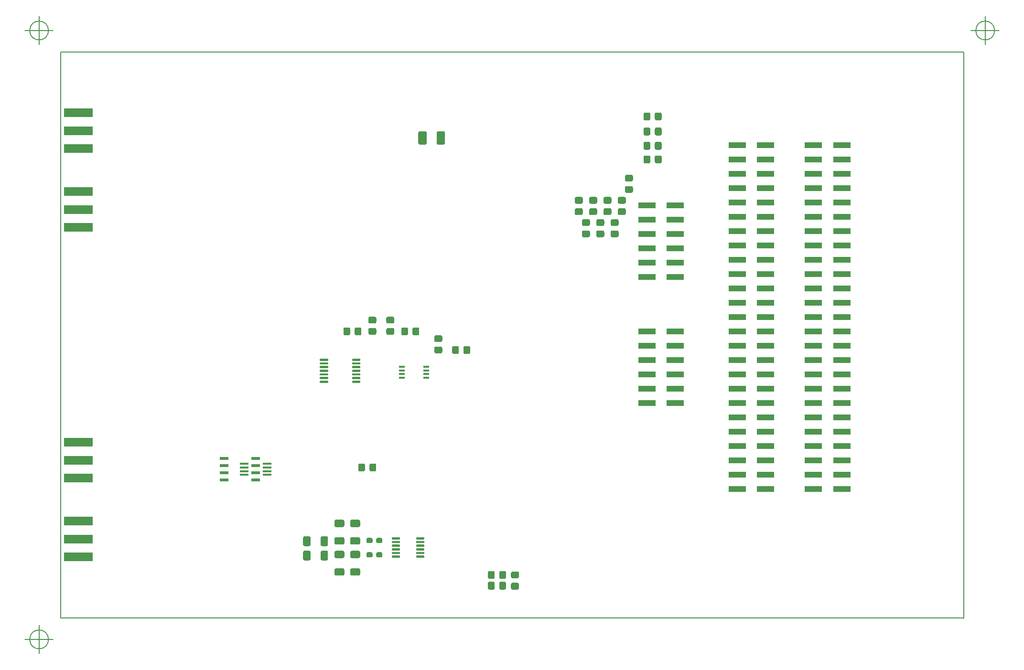
<source format=gtp>
G04 #@! TF.GenerationSoftware,KiCad,Pcbnew,5.1.10-88a1d61d58~88~ubuntu18.04.1*
G04 #@! TF.CreationDate,2022-09-15T09:05:11+02:00*
G04 #@! TF.ProjectId,FPGA_buffer_board,46504741-5f62-4756-9666-65725f626f61,v1.4*
G04 #@! TF.SameCoordinates,Original*
G04 #@! TF.FileFunction,Paste,Top*
G04 #@! TF.FilePolarity,Positive*
%FSLAX46Y46*%
G04 Gerber Fmt 4.6, Leading zero omitted, Abs format (unit mm)*
G04 Created by KiCad (PCBNEW 5.1.10-88a1d61d58~88~ubuntu18.04.1) date 2022-09-15 09:05:11*
%MOMM*%
%LPD*%
G01*
G04 APERTURE LIST*
G04 #@! TA.AperFunction,Profile*
%ADD10C,0.200000*%
G04 #@! TD*
%ADD11R,3.150000X1.000000*%
%ADD12R,1.520000X0.600000*%
%ADD13R,1.524000X0.450000*%
%ADD14R,5.080000X1.500000*%
%ADD15R,1.100000X0.400000*%
G04 APERTURE END LIST*
D10*
X86756666Y-153670000D02*
G75*
G03*
X86756666Y-153670000I-1666666J0D01*
G01*
X82590000Y-153670000D02*
X87590000Y-153670000D01*
X85090000Y-151170000D02*
X85090000Y-156170000D01*
X254396666Y-45720000D02*
G75*
G03*
X254396666Y-45720000I-1666666J0D01*
G01*
X250230000Y-45720000D02*
X255230000Y-45720000D01*
X252730000Y-43220000D02*
X252730000Y-48220000D01*
X86756666Y-45720000D02*
G75*
G03*
X86756666Y-45720000I-1666666J0D01*
G01*
X82590000Y-45720000D02*
X87590000Y-45720000D01*
X85090000Y-43220000D02*
X85090000Y-48220000D01*
X248920000Y-149860000D02*
X88900000Y-149860000D01*
X248920000Y-49530000D02*
X248920000Y-149860000D01*
X88900000Y-49530000D02*
X248920000Y-49530000D01*
X88900000Y-149860000D02*
X88900000Y-49530000D01*
G36*
G01*
X189160999Y-73298000D02*
X190061001Y-73298000D01*
G75*
G02*
X190311000Y-73547999I0J-249999D01*
G01*
X190311000Y-74248001D01*
G75*
G02*
X190061001Y-74498000I-249999J0D01*
G01*
X189160999Y-74498000D01*
G75*
G02*
X188911000Y-74248001I0J249999D01*
G01*
X188911000Y-73547999D01*
G75*
G02*
X189160999Y-73298000I249999J0D01*
G01*
G37*
G36*
G01*
X189160999Y-71298000D02*
X190061001Y-71298000D01*
G75*
G02*
X190311000Y-71547999I0J-249999D01*
G01*
X190311000Y-72248001D01*
G75*
G02*
X190061001Y-72498000I-249999J0D01*
G01*
X189160999Y-72498000D01*
G75*
G02*
X188911000Y-72248001I0J249999D01*
G01*
X188911000Y-71547999D01*
G75*
G02*
X189160999Y-71298000I249999J0D01*
G01*
G37*
G36*
G01*
X193402000Y-60509999D02*
X193402000Y-61410001D01*
G75*
G02*
X193152001Y-61660000I-249999J0D01*
G01*
X192451999Y-61660000D01*
G75*
G02*
X192202000Y-61410001I0J249999D01*
G01*
X192202000Y-60509999D01*
G75*
G02*
X192451999Y-60260000I249999J0D01*
G01*
X193152001Y-60260000D01*
G75*
G02*
X193402000Y-60509999I0J-249999D01*
G01*
G37*
G36*
G01*
X195402000Y-60509999D02*
X195402000Y-61410001D01*
G75*
G02*
X195152001Y-61660000I-249999J0D01*
G01*
X194451999Y-61660000D01*
G75*
G02*
X194202000Y-61410001I0J249999D01*
G01*
X194202000Y-60509999D01*
G75*
G02*
X194451999Y-60260000I249999J0D01*
G01*
X195152001Y-60260000D01*
G75*
G02*
X195402000Y-60509999I0J-249999D01*
G01*
G37*
G36*
G01*
X193402000Y-63176999D02*
X193402000Y-64077001D01*
G75*
G02*
X193152001Y-64327000I-249999J0D01*
G01*
X192451999Y-64327000D01*
G75*
G02*
X192202000Y-64077001I0J249999D01*
G01*
X192202000Y-63176999D01*
G75*
G02*
X192451999Y-62927000I249999J0D01*
G01*
X193152001Y-62927000D01*
G75*
G02*
X193402000Y-63176999I0J-249999D01*
G01*
G37*
G36*
G01*
X195402000Y-63176999D02*
X195402000Y-64077001D01*
G75*
G02*
X195152001Y-64327000I-249999J0D01*
G01*
X194451999Y-64327000D01*
G75*
G02*
X194202000Y-64077001I0J249999D01*
G01*
X194202000Y-63176999D01*
G75*
G02*
X194451999Y-62927000I249999J0D01*
G01*
X195152001Y-62927000D01*
G75*
G02*
X195402000Y-63176999I0J-249999D01*
G01*
G37*
G36*
G01*
X193402000Y-65716999D02*
X193402000Y-66617001D01*
G75*
G02*
X193152001Y-66867000I-249999J0D01*
G01*
X192451999Y-66867000D01*
G75*
G02*
X192202000Y-66617001I0J249999D01*
G01*
X192202000Y-65716999D01*
G75*
G02*
X192451999Y-65467000I249999J0D01*
G01*
X193152001Y-65467000D01*
G75*
G02*
X193402000Y-65716999I0J-249999D01*
G01*
G37*
G36*
G01*
X195402000Y-65716999D02*
X195402000Y-66617001D01*
G75*
G02*
X195152001Y-66867000I-249999J0D01*
G01*
X194451999Y-66867000D01*
G75*
G02*
X194202000Y-66617001I0J249999D01*
G01*
X194202000Y-65716999D01*
G75*
G02*
X194451999Y-65467000I249999J0D01*
G01*
X195152001Y-65467000D01*
G75*
G02*
X195402000Y-65716999I0J-249999D01*
G01*
G37*
G36*
G01*
X193402000Y-68129999D02*
X193402000Y-69030001D01*
G75*
G02*
X193152001Y-69280000I-249999J0D01*
G01*
X192451999Y-69280000D01*
G75*
G02*
X192202000Y-69030001I0J249999D01*
G01*
X192202000Y-68129999D01*
G75*
G02*
X192451999Y-67880000I249999J0D01*
G01*
X193152001Y-67880000D01*
G75*
G02*
X193402000Y-68129999I0J-249999D01*
G01*
G37*
G36*
G01*
X195402000Y-68129999D02*
X195402000Y-69030001D01*
G75*
G02*
X195152001Y-69280000I-249999J0D01*
G01*
X194451999Y-69280000D01*
G75*
G02*
X194202000Y-69030001I0J249999D01*
G01*
X194202000Y-68129999D01*
G75*
G02*
X194451999Y-67880000I249999J0D01*
G01*
X195152001Y-67880000D01*
G75*
G02*
X195402000Y-68129999I0J-249999D01*
G01*
G37*
G36*
G01*
X180270999Y-77235000D02*
X181171001Y-77235000D01*
G75*
G02*
X181421000Y-77484999I0J-249999D01*
G01*
X181421000Y-78185001D01*
G75*
G02*
X181171001Y-78435000I-249999J0D01*
G01*
X180270999Y-78435000D01*
G75*
G02*
X180021000Y-78185001I0J249999D01*
G01*
X180021000Y-77484999D01*
G75*
G02*
X180270999Y-77235000I249999J0D01*
G01*
G37*
G36*
G01*
X180270999Y-75235000D02*
X181171001Y-75235000D01*
G75*
G02*
X181421000Y-75484999I0J-249999D01*
G01*
X181421000Y-76185001D01*
G75*
G02*
X181171001Y-76435000I-249999J0D01*
G01*
X180270999Y-76435000D01*
G75*
G02*
X180021000Y-76185001I0J249999D01*
G01*
X180021000Y-75484999D01*
G75*
G02*
X180270999Y-75235000I249999J0D01*
G01*
G37*
G36*
G01*
X181540999Y-81172000D02*
X182441001Y-81172000D01*
G75*
G02*
X182691000Y-81421999I0J-249999D01*
G01*
X182691000Y-82122001D01*
G75*
G02*
X182441001Y-82372000I-249999J0D01*
G01*
X181540999Y-82372000D01*
G75*
G02*
X181291000Y-82122001I0J249999D01*
G01*
X181291000Y-81421999D01*
G75*
G02*
X181540999Y-81172000I249999J0D01*
G01*
G37*
G36*
G01*
X181540999Y-79172000D02*
X182441001Y-79172000D01*
G75*
G02*
X182691000Y-79421999I0J-249999D01*
G01*
X182691000Y-80122001D01*
G75*
G02*
X182441001Y-80372000I-249999J0D01*
G01*
X181540999Y-80372000D01*
G75*
G02*
X181291000Y-80122001I0J249999D01*
G01*
X181291000Y-79421999D01*
G75*
G02*
X181540999Y-79172000I249999J0D01*
G01*
G37*
G36*
G01*
X182810999Y-77235000D02*
X183711001Y-77235000D01*
G75*
G02*
X183961000Y-77484999I0J-249999D01*
G01*
X183961000Y-78185001D01*
G75*
G02*
X183711001Y-78435000I-249999J0D01*
G01*
X182810999Y-78435000D01*
G75*
G02*
X182561000Y-78185001I0J249999D01*
G01*
X182561000Y-77484999D01*
G75*
G02*
X182810999Y-77235000I249999J0D01*
G01*
G37*
G36*
G01*
X182810999Y-75235000D02*
X183711001Y-75235000D01*
G75*
G02*
X183961000Y-75484999I0J-249999D01*
G01*
X183961000Y-76185001D01*
G75*
G02*
X183711001Y-76435000I-249999J0D01*
G01*
X182810999Y-76435000D01*
G75*
G02*
X182561000Y-76185001I0J249999D01*
G01*
X182561000Y-75484999D01*
G75*
G02*
X182810999Y-75235000I249999J0D01*
G01*
G37*
G36*
G01*
X184080999Y-81172000D02*
X184981001Y-81172000D01*
G75*
G02*
X185231000Y-81421999I0J-249999D01*
G01*
X185231000Y-82122001D01*
G75*
G02*
X184981001Y-82372000I-249999J0D01*
G01*
X184080999Y-82372000D01*
G75*
G02*
X183831000Y-82122001I0J249999D01*
G01*
X183831000Y-81421999D01*
G75*
G02*
X184080999Y-81172000I249999J0D01*
G01*
G37*
G36*
G01*
X184080999Y-79172000D02*
X184981001Y-79172000D01*
G75*
G02*
X185231000Y-79421999I0J-249999D01*
G01*
X185231000Y-80122001D01*
G75*
G02*
X184981001Y-80372000I-249999J0D01*
G01*
X184080999Y-80372000D01*
G75*
G02*
X183831000Y-80122001I0J249999D01*
G01*
X183831000Y-79421999D01*
G75*
G02*
X184080999Y-79172000I249999J0D01*
G01*
G37*
G36*
G01*
X185350999Y-77235000D02*
X186251001Y-77235000D01*
G75*
G02*
X186501000Y-77484999I0J-249999D01*
G01*
X186501000Y-78185001D01*
G75*
G02*
X186251001Y-78435000I-249999J0D01*
G01*
X185350999Y-78435000D01*
G75*
G02*
X185101000Y-78185001I0J249999D01*
G01*
X185101000Y-77484999D01*
G75*
G02*
X185350999Y-77235000I249999J0D01*
G01*
G37*
G36*
G01*
X185350999Y-75235000D02*
X186251001Y-75235000D01*
G75*
G02*
X186501000Y-75484999I0J-249999D01*
G01*
X186501000Y-76185001D01*
G75*
G02*
X186251001Y-76435000I-249999J0D01*
G01*
X185350999Y-76435000D01*
G75*
G02*
X185101000Y-76185001I0J249999D01*
G01*
X185101000Y-75484999D01*
G75*
G02*
X185350999Y-75235000I249999J0D01*
G01*
G37*
G36*
G01*
X186620999Y-81172000D02*
X187521001Y-81172000D01*
G75*
G02*
X187771000Y-81421999I0J-249999D01*
G01*
X187771000Y-82122001D01*
G75*
G02*
X187521001Y-82372000I-249999J0D01*
G01*
X186620999Y-82372000D01*
G75*
G02*
X186371000Y-82122001I0J249999D01*
G01*
X186371000Y-81421999D01*
G75*
G02*
X186620999Y-81172000I249999J0D01*
G01*
G37*
G36*
G01*
X186620999Y-79172000D02*
X187521001Y-79172000D01*
G75*
G02*
X187771000Y-79421999I0J-249999D01*
G01*
X187771000Y-80122001D01*
G75*
G02*
X187521001Y-80372000I-249999J0D01*
G01*
X186620999Y-80372000D01*
G75*
G02*
X186371000Y-80122001I0J249999D01*
G01*
X186371000Y-79421999D01*
G75*
G02*
X186620999Y-79172000I249999J0D01*
G01*
G37*
G36*
G01*
X187890999Y-77235000D02*
X188791001Y-77235000D01*
G75*
G02*
X189041000Y-77484999I0J-249999D01*
G01*
X189041000Y-78185001D01*
G75*
G02*
X188791001Y-78435000I-249999J0D01*
G01*
X187890999Y-78435000D01*
G75*
G02*
X187641000Y-78185001I0J249999D01*
G01*
X187641000Y-77484999D01*
G75*
G02*
X187890999Y-77235000I249999J0D01*
G01*
G37*
G36*
G01*
X187890999Y-75235000D02*
X188791001Y-75235000D01*
G75*
G02*
X189041000Y-75484999I0J-249999D01*
G01*
X189041000Y-76185001D01*
G75*
G02*
X188791001Y-76435000I-249999J0D01*
G01*
X187890999Y-76435000D01*
G75*
G02*
X187641000Y-76185001I0J249999D01*
G01*
X187641000Y-75484999D01*
G75*
G02*
X187890999Y-75235000I249999J0D01*
G01*
G37*
G36*
G01*
X169868001Y-142840000D02*
X168967999Y-142840000D01*
G75*
G02*
X168718000Y-142590001I0J249999D01*
G01*
X168718000Y-141889999D01*
G75*
G02*
X168967999Y-141640000I249999J0D01*
G01*
X169868001Y-141640000D01*
G75*
G02*
X170118000Y-141889999I0J-249999D01*
G01*
X170118000Y-142590001D01*
G75*
G02*
X169868001Y-142840000I-249999J0D01*
G01*
G37*
G36*
G01*
X169868001Y-144840000D02*
X168967999Y-144840000D01*
G75*
G02*
X168718000Y-144590001I0J249999D01*
G01*
X168718000Y-143889999D01*
G75*
G02*
X168967999Y-143640000I249999J0D01*
G01*
X169868001Y-143640000D01*
G75*
G02*
X170118000Y-143889999I0J-249999D01*
G01*
X170118000Y-144590001D01*
G75*
G02*
X169868001Y-144840000I-249999J0D01*
G01*
G37*
G36*
G01*
X166627000Y-144595001D02*
X166627000Y-143694999D01*
G75*
G02*
X166876999Y-143445000I249999J0D01*
G01*
X167577001Y-143445000D01*
G75*
G02*
X167827000Y-143694999I0J-249999D01*
G01*
X167827000Y-144595001D01*
G75*
G02*
X167577001Y-144845000I-249999J0D01*
G01*
X166876999Y-144845000D01*
G75*
G02*
X166627000Y-144595001I0J249999D01*
G01*
G37*
G36*
G01*
X164627000Y-144595001D02*
X164627000Y-143694999D01*
G75*
G02*
X164876999Y-143445000I249999J0D01*
G01*
X165577001Y-143445000D01*
G75*
G02*
X165827000Y-143694999I0J-249999D01*
G01*
X165827000Y-144595001D01*
G75*
G02*
X165577001Y-144845000I-249999J0D01*
G01*
X164876999Y-144845000D01*
G75*
G02*
X164627000Y-144595001I0J249999D01*
G01*
G37*
G36*
G01*
X166627000Y-142690001D02*
X166627000Y-141789999D01*
G75*
G02*
X166876999Y-141540000I249999J0D01*
G01*
X167577001Y-141540000D01*
G75*
G02*
X167827000Y-141789999I0J-249999D01*
G01*
X167827000Y-142690001D01*
G75*
G02*
X167577001Y-142940000I-249999J0D01*
G01*
X166876999Y-142940000D01*
G75*
G02*
X166627000Y-142690001I0J249999D01*
G01*
G37*
G36*
G01*
X164627000Y-142690001D02*
X164627000Y-141789999D01*
G75*
G02*
X164876999Y-141540000I249999J0D01*
G01*
X165577001Y-141540000D01*
G75*
G02*
X165827000Y-141789999I0J-249999D01*
G01*
X165827000Y-142690001D01*
G75*
G02*
X165577001Y-142940000I-249999J0D01*
G01*
X164876999Y-142940000D01*
G75*
G02*
X164627000Y-142690001I0J249999D01*
G01*
G37*
D11*
X192786000Y-99060000D03*
X197836000Y-99060000D03*
X192786000Y-101600000D03*
X197836000Y-101600000D03*
X192786000Y-104140000D03*
X197836000Y-104140000D03*
X192786000Y-106680000D03*
X197836000Y-106680000D03*
X192786000Y-109220000D03*
X197836000Y-109220000D03*
X192786000Y-111760000D03*
X197836000Y-111760000D03*
G36*
G01*
X151911000Y-135863000D02*
X151911000Y-135663000D01*
G75*
G02*
X152011000Y-135563000I100000J0D01*
G01*
X153261000Y-135563000D01*
G75*
G02*
X153361000Y-135663000I0J-100000D01*
G01*
X153361000Y-135863000D01*
G75*
G02*
X153261000Y-135963000I-100000J0D01*
G01*
X152011000Y-135963000D01*
G75*
G02*
X151911000Y-135863000I0J100000D01*
G01*
G37*
G36*
G01*
X151911000Y-136513000D02*
X151911000Y-136313000D01*
G75*
G02*
X152011000Y-136213000I100000J0D01*
G01*
X153261000Y-136213000D01*
G75*
G02*
X153361000Y-136313000I0J-100000D01*
G01*
X153361000Y-136513000D01*
G75*
G02*
X153261000Y-136613000I-100000J0D01*
G01*
X152011000Y-136613000D01*
G75*
G02*
X151911000Y-136513000I0J100000D01*
G01*
G37*
G36*
G01*
X151911000Y-137163000D02*
X151911000Y-136963000D01*
G75*
G02*
X152011000Y-136863000I100000J0D01*
G01*
X153261000Y-136863000D01*
G75*
G02*
X153361000Y-136963000I0J-100000D01*
G01*
X153361000Y-137163000D01*
G75*
G02*
X153261000Y-137263000I-100000J0D01*
G01*
X152011000Y-137263000D01*
G75*
G02*
X151911000Y-137163000I0J100000D01*
G01*
G37*
G36*
G01*
X151911000Y-137813000D02*
X151911000Y-137613000D01*
G75*
G02*
X152011000Y-137513000I100000J0D01*
G01*
X153261000Y-137513000D01*
G75*
G02*
X153361000Y-137613000I0J-100000D01*
G01*
X153361000Y-137813000D01*
G75*
G02*
X153261000Y-137913000I-100000J0D01*
G01*
X152011000Y-137913000D01*
G75*
G02*
X151911000Y-137813000I0J100000D01*
G01*
G37*
G36*
G01*
X151911000Y-138463000D02*
X151911000Y-138263000D01*
G75*
G02*
X152011000Y-138163000I100000J0D01*
G01*
X153261000Y-138163000D01*
G75*
G02*
X153361000Y-138263000I0J-100000D01*
G01*
X153361000Y-138463000D01*
G75*
G02*
X153261000Y-138563000I-100000J0D01*
G01*
X152011000Y-138563000D01*
G75*
G02*
X151911000Y-138463000I0J100000D01*
G01*
G37*
G36*
G01*
X151911000Y-139113000D02*
X151911000Y-138913000D01*
G75*
G02*
X152011000Y-138813000I100000J0D01*
G01*
X153261000Y-138813000D01*
G75*
G02*
X153361000Y-138913000I0J-100000D01*
G01*
X153361000Y-139113000D01*
G75*
G02*
X153261000Y-139213000I-100000J0D01*
G01*
X152011000Y-139213000D01*
G75*
G02*
X151911000Y-139113000I0J100000D01*
G01*
G37*
G36*
G01*
X147611000Y-139113000D02*
X147611000Y-138913000D01*
G75*
G02*
X147711000Y-138813000I100000J0D01*
G01*
X148961000Y-138813000D01*
G75*
G02*
X149061000Y-138913000I0J-100000D01*
G01*
X149061000Y-139113000D01*
G75*
G02*
X148961000Y-139213000I-100000J0D01*
G01*
X147711000Y-139213000D01*
G75*
G02*
X147611000Y-139113000I0J100000D01*
G01*
G37*
G36*
G01*
X147611000Y-138463000D02*
X147611000Y-138263000D01*
G75*
G02*
X147711000Y-138163000I100000J0D01*
G01*
X148961000Y-138163000D01*
G75*
G02*
X149061000Y-138263000I0J-100000D01*
G01*
X149061000Y-138463000D01*
G75*
G02*
X148961000Y-138563000I-100000J0D01*
G01*
X147711000Y-138563000D01*
G75*
G02*
X147611000Y-138463000I0J100000D01*
G01*
G37*
G36*
G01*
X147611000Y-137813000D02*
X147611000Y-137613000D01*
G75*
G02*
X147711000Y-137513000I100000J0D01*
G01*
X148961000Y-137513000D01*
G75*
G02*
X149061000Y-137613000I0J-100000D01*
G01*
X149061000Y-137813000D01*
G75*
G02*
X148961000Y-137913000I-100000J0D01*
G01*
X147711000Y-137913000D01*
G75*
G02*
X147611000Y-137813000I0J100000D01*
G01*
G37*
G36*
G01*
X147611000Y-137163000D02*
X147611000Y-136963000D01*
G75*
G02*
X147711000Y-136863000I100000J0D01*
G01*
X148961000Y-136863000D01*
G75*
G02*
X149061000Y-136963000I0J-100000D01*
G01*
X149061000Y-137163000D01*
G75*
G02*
X148961000Y-137263000I-100000J0D01*
G01*
X147711000Y-137263000D01*
G75*
G02*
X147611000Y-137163000I0J100000D01*
G01*
G37*
G36*
G01*
X147611000Y-136513000D02*
X147611000Y-136313000D01*
G75*
G02*
X147711000Y-136213000I100000J0D01*
G01*
X148961000Y-136213000D01*
G75*
G02*
X149061000Y-136313000I0J-100000D01*
G01*
X149061000Y-136513000D01*
G75*
G02*
X148961000Y-136613000I-100000J0D01*
G01*
X147711000Y-136613000D01*
G75*
G02*
X147611000Y-136513000I0J100000D01*
G01*
G37*
G36*
G01*
X147611000Y-135863000D02*
X147611000Y-135663000D01*
G75*
G02*
X147711000Y-135563000I100000J0D01*
G01*
X148961000Y-135563000D01*
G75*
G02*
X149061000Y-135663000I0J-100000D01*
G01*
X149061000Y-135863000D01*
G75*
G02*
X148961000Y-135963000I-100000J0D01*
G01*
X147711000Y-135963000D01*
G75*
G02*
X147611000Y-135863000I0J100000D01*
G01*
G37*
G36*
G01*
X144174500Y-138446500D02*
X144174500Y-138921500D01*
G75*
G02*
X143937000Y-139159000I-237500J0D01*
G01*
X143337000Y-139159000D01*
G75*
G02*
X143099500Y-138921500I0J237500D01*
G01*
X143099500Y-138446500D01*
G75*
G02*
X143337000Y-138209000I237500J0D01*
G01*
X143937000Y-138209000D01*
G75*
G02*
X144174500Y-138446500I0J-237500D01*
G01*
G37*
G36*
G01*
X145899500Y-138446500D02*
X145899500Y-138921500D01*
G75*
G02*
X145662000Y-139159000I-237500J0D01*
G01*
X145062000Y-139159000D01*
G75*
G02*
X144824500Y-138921500I0J237500D01*
G01*
X144824500Y-138446500D01*
G75*
G02*
X145062000Y-138209000I237500J0D01*
G01*
X145662000Y-138209000D01*
G75*
G02*
X145899500Y-138446500I0J-237500D01*
G01*
G37*
D12*
X123444000Y-121625000D03*
X123444000Y-122895000D03*
X123444000Y-124165000D03*
X123444000Y-125435000D03*
X117856000Y-125435000D03*
X117856000Y-124165000D03*
X117856000Y-121625000D03*
X117856000Y-122895000D03*
D13*
X125476000Y-124505000D03*
X125476000Y-123855000D03*
X125476000Y-123205000D03*
X125476000Y-122555000D03*
X121412000Y-123855000D03*
X121412000Y-123205000D03*
X121412000Y-124505000D03*
X121412000Y-122555000D03*
D11*
X197836000Y-89408000D03*
X192786000Y-89408000D03*
X197836000Y-86868000D03*
X192786000Y-86868000D03*
X197836000Y-84328000D03*
X192786000Y-84328000D03*
X197836000Y-81788000D03*
X192786000Y-81788000D03*
X197836000Y-79248000D03*
X192786000Y-79248000D03*
X197836000Y-76708000D03*
X192786000Y-76708000D03*
G36*
G01*
X152285000Y-65695000D02*
X152285000Y-63845000D01*
G75*
G02*
X152535000Y-63595000I250000J0D01*
G01*
X153535000Y-63595000D01*
G75*
G02*
X153785000Y-63845000I0J-250000D01*
G01*
X153785000Y-65695000D01*
G75*
G02*
X153535000Y-65945000I-250000J0D01*
G01*
X152535000Y-65945000D01*
G75*
G02*
X152285000Y-65695000I0J250000D01*
G01*
G37*
G36*
G01*
X155535000Y-65695000D02*
X155535000Y-63845000D01*
G75*
G02*
X155785000Y-63595000I250000J0D01*
G01*
X156785000Y-63595000D01*
G75*
G02*
X157035000Y-63845000I0J-250000D01*
G01*
X157035000Y-65695000D01*
G75*
G02*
X156785000Y-65945000I-250000J0D01*
G01*
X155785000Y-65945000D01*
G75*
G02*
X155535000Y-65695000I0J250000D01*
G01*
G37*
D14*
X92075000Y-132715000D03*
X92075000Y-139065000D03*
X92075000Y-135890000D03*
X92075000Y-121920000D03*
X92075000Y-125095000D03*
X92075000Y-118745000D03*
G36*
G01*
X145899500Y-135906500D02*
X145899500Y-136381500D01*
G75*
G02*
X145662000Y-136619000I-237500J0D01*
G01*
X145062000Y-136619000D01*
G75*
G02*
X144824500Y-136381500I0J237500D01*
G01*
X144824500Y-135906500D01*
G75*
G02*
X145062000Y-135669000I237500J0D01*
G01*
X145662000Y-135669000D01*
G75*
G02*
X145899500Y-135906500I0J-237500D01*
G01*
G37*
G36*
G01*
X144174500Y-135906500D02*
X144174500Y-136381500D01*
G75*
G02*
X143937000Y-136619000I-237500J0D01*
G01*
X143337000Y-136619000D01*
G75*
G02*
X143099500Y-136381500I0J237500D01*
G01*
X143099500Y-135906500D01*
G75*
G02*
X143337000Y-135669000I237500J0D01*
G01*
X143937000Y-135669000D01*
G75*
G02*
X144174500Y-135906500I0J-237500D01*
G01*
G37*
D11*
X227330000Y-127000000D03*
X222280000Y-127000000D03*
X227330000Y-124460000D03*
X222280000Y-124460000D03*
X227330000Y-121920000D03*
X222280000Y-121920000D03*
X227330000Y-119380000D03*
X222280000Y-119380000D03*
X227330000Y-116840000D03*
X222280000Y-116840000D03*
X227330000Y-114300000D03*
X222280000Y-114300000D03*
X227330000Y-111760000D03*
X222280000Y-111760000D03*
X227330000Y-109220000D03*
X222280000Y-109220000D03*
X227330000Y-106680000D03*
X222280000Y-106680000D03*
X227330000Y-104140000D03*
X222280000Y-104140000D03*
X227330000Y-101600000D03*
X222280000Y-101600000D03*
X227330000Y-99060000D03*
X222280000Y-99060000D03*
X227330000Y-96520000D03*
X222280000Y-96520000D03*
X227330000Y-93980000D03*
X222280000Y-93980000D03*
X227330000Y-91440000D03*
X222280000Y-91440000D03*
X227330000Y-88900000D03*
X222280000Y-88900000D03*
X227330000Y-86360000D03*
X222280000Y-86360000D03*
X227330000Y-83820000D03*
X222280000Y-83820000D03*
X227330000Y-81280000D03*
X222280000Y-81280000D03*
X227330000Y-78740000D03*
X222280000Y-78740000D03*
X227330000Y-76200000D03*
X222280000Y-76200000D03*
X227330000Y-73660000D03*
X222280000Y-73660000D03*
X227330000Y-71120000D03*
X222280000Y-71120000D03*
X227330000Y-68580000D03*
X222280000Y-68580000D03*
X227330000Y-66040000D03*
X222280000Y-66040000D03*
X213838000Y-127000000D03*
X208788000Y-127000000D03*
X213838000Y-124460000D03*
X208788000Y-124460000D03*
X213838000Y-121920000D03*
X208788000Y-121920000D03*
X213838000Y-119380000D03*
X208788000Y-119380000D03*
X213838000Y-116840000D03*
X208788000Y-116840000D03*
X213838000Y-114300000D03*
X208788000Y-114300000D03*
X213838000Y-111760000D03*
X208788000Y-111760000D03*
X213838000Y-109220000D03*
X208788000Y-109220000D03*
X213838000Y-106680000D03*
X208788000Y-106680000D03*
X213838000Y-104140000D03*
X208788000Y-104140000D03*
X213838000Y-101600000D03*
X208788000Y-101600000D03*
X213838000Y-99060000D03*
X208788000Y-99060000D03*
X213838000Y-96520000D03*
X208788000Y-96520000D03*
X213838000Y-93980000D03*
X208788000Y-93980000D03*
X213838000Y-91440000D03*
X208788000Y-91440000D03*
X213838000Y-88900000D03*
X208788000Y-88900000D03*
X213838000Y-86360000D03*
X208788000Y-86360000D03*
X213838000Y-83820000D03*
X208788000Y-83820000D03*
X213838000Y-81280000D03*
X208788000Y-81280000D03*
X213838000Y-78740000D03*
X208788000Y-78740000D03*
X213838000Y-76200000D03*
X208788000Y-76200000D03*
X213838000Y-73660000D03*
X208788000Y-73660000D03*
X213838000Y-71120000D03*
X208788000Y-71120000D03*
X213838000Y-68580000D03*
X208788000Y-68580000D03*
X213838000Y-66040000D03*
X208788000Y-66040000D03*
G36*
G01*
X131886000Y-136896001D02*
X131886000Y-135645999D01*
G75*
G02*
X132135999Y-135396000I249999J0D01*
G01*
X132936001Y-135396000D01*
G75*
G02*
X133186000Y-135645999I0J-249999D01*
G01*
X133186000Y-136896001D01*
G75*
G02*
X132936001Y-137146000I-249999J0D01*
G01*
X132135999Y-137146000D01*
G75*
G02*
X131886000Y-136896001I0J249999D01*
G01*
G37*
G36*
G01*
X134986000Y-136896001D02*
X134986000Y-135645999D01*
G75*
G02*
X135235999Y-135396000I249999J0D01*
G01*
X136036001Y-135396000D01*
G75*
G02*
X136286000Y-135645999I0J-249999D01*
G01*
X136286000Y-136896001D01*
G75*
G02*
X136036001Y-137146000I-249999J0D01*
G01*
X135235999Y-137146000D01*
G75*
G02*
X134986000Y-136896001I0J249999D01*
G01*
G37*
G36*
G01*
X134986000Y-139436001D02*
X134986000Y-138185999D01*
G75*
G02*
X135235999Y-137936000I249999J0D01*
G01*
X136036001Y-137936000D01*
G75*
G02*
X136286000Y-138185999I0J-249999D01*
G01*
X136286000Y-139436001D01*
G75*
G02*
X136036001Y-139686000I-249999J0D01*
G01*
X135235999Y-139686000D01*
G75*
G02*
X134986000Y-139436001I0J249999D01*
G01*
G37*
G36*
G01*
X131886000Y-139436001D02*
X131886000Y-138185999D01*
G75*
G02*
X132135999Y-137936000I249999J0D01*
G01*
X132936001Y-137936000D01*
G75*
G02*
X133186000Y-138185999I0J-249999D01*
G01*
X133186000Y-139436001D01*
G75*
G02*
X132936001Y-139686000I-249999J0D01*
G01*
X132135999Y-139686000D01*
G75*
G02*
X131886000Y-139436001I0J249999D01*
G01*
G37*
G36*
G01*
X138928001Y-142371500D02*
X137677999Y-142371500D01*
G75*
G02*
X137428000Y-142121501I0J249999D01*
G01*
X137428000Y-141321499D01*
G75*
G02*
X137677999Y-141071500I249999J0D01*
G01*
X138928001Y-141071500D01*
G75*
G02*
X139178000Y-141321499I0J-249999D01*
G01*
X139178000Y-142121501D01*
G75*
G02*
X138928001Y-142371500I-249999J0D01*
G01*
G37*
G36*
G01*
X138928001Y-139271500D02*
X137677999Y-139271500D01*
G75*
G02*
X137428000Y-139021501I0J249999D01*
G01*
X137428000Y-138221499D01*
G75*
G02*
X137677999Y-137971500I249999J0D01*
G01*
X138928001Y-137971500D01*
G75*
G02*
X139178000Y-138221499I0J-249999D01*
G01*
X139178000Y-139021501D01*
G75*
G02*
X138928001Y-139271500I-249999J0D01*
G01*
G37*
G36*
G01*
X141722001Y-142371500D02*
X140471999Y-142371500D01*
G75*
G02*
X140222000Y-142121501I0J249999D01*
G01*
X140222000Y-141321499D01*
G75*
G02*
X140471999Y-141071500I249999J0D01*
G01*
X141722001Y-141071500D01*
G75*
G02*
X141972000Y-141321499I0J-249999D01*
G01*
X141972000Y-142121501D01*
G75*
G02*
X141722001Y-142371500I-249999J0D01*
G01*
G37*
G36*
G01*
X141722001Y-139271500D02*
X140471999Y-139271500D01*
G75*
G02*
X140222000Y-139021501I0J249999D01*
G01*
X140222000Y-138221499D01*
G75*
G02*
X140471999Y-137971500I249999J0D01*
G01*
X141722001Y-137971500D01*
G75*
G02*
X141972000Y-138221499I0J-249999D01*
G01*
X141972000Y-139021501D01*
G75*
G02*
X141722001Y-139271500I-249999J0D01*
G01*
G37*
G36*
G01*
X140471999Y-135556500D02*
X141722001Y-135556500D01*
G75*
G02*
X141972000Y-135806499I0J-249999D01*
G01*
X141972000Y-136606501D01*
G75*
G02*
X141722001Y-136856500I-249999J0D01*
G01*
X140471999Y-136856500D01*
G75*
G02*
X140222000Y-136606501I0J249999D01*
G01*
X140222000Y-135806499D01*
G75*
G02*
X140471999Y-135556500I249999J0D01*
G01*
G37*
G36*
G01*
X140471999Y-132456500D02*
X141722001Y-132456500D01*
G75*
G02*
X141972000Y-132706499I0J-249999D01*
G01*
X141972000Y-133506501D01*
G75*
G02*
X141722001Y-133756500I-249999J0D01*
G01*
X140471999Y-133756500D01*
G75*
G02*
X140222000Y-133506501I0J249999D01*
G01*
X140222000Y-132706499D01*
G75*
G02*
X140471999Y-132456500I249999J0D01*
G01*
G37*
G36*
G01*
X137677999Y-135556500D02*
X138928001Y-135556500D01*
G75*
G02*
X139178000Y-135806499I0J-249999D01*
G01*
X139178000Y-136606501D01*
G75*
G02*
X138928001Y-136856500I-249999J0D01*
G01*
X137677999Y-136856500D01*
G75*
G02*
X137428000Y-136606501I0J249999D01*
G01*
X137428000Y-135806499D01*
G75*
G02*
X137677999Y-135556500I249999J0D01*
G01*
G37*
G36*
G01*
X137677999Y-132456500D02*
X138928001Y-132456500D01*
G75*
G02*
X139178000Y-132706499I0J-249999D01*
G01*
X139178000Y-133506501D01*
G75*
G02*
X138928001Y-133756500I-249999J0D01*
G01*
X137677999Y-133756500D01*
G75*
G02*
X137428000Y-133506501I0J249999D01*
G01*
X137428000Y-132706499D01*
G75*
G02*
X137677999Y-132456500I249999J0D01*
G01*
G37*
G36*
G01*
X143640000Y-123640001D02*
X143640000Y-122739999D01*
G75*
G02*
X143889999Y-122490000I249999J0D01*
G01*
X144590001Y-122490000D01*
G75*
G02*
X144840000Y-122739999I0J-249999D01*
G01*
X144840000Y-123640001D01*
G75*
G02*
X144590001Y-123890000I-249999J0D01*
G01*
X143889999Y-123890000D01*
G75*
G02*
X143640000Y-123640001I0J249999D01*
G01*
G37*
G36*
G01*
X141640000Y-123640001D02*
X141640000Y-122739999D01*
G75*
G02*
X141889999Y-122490000I249999J0D01*
G01*
X142590001Y-122490000D01*
G75*
G02*
X142840000Y-122739999I0J-249999D01*
G01*
X142840000Y-123640001D01*
G75*
G02*
X142590001Y-123890000I-249999J0D01*
G01*
X141889999Y-123890000D01*
G75*
G02*
X141640000Y-123640001I0J249999D01*
G01*
G37*
D14*
X92075000Y-60325000D03*
X92075000Y-66675000D03*
X92075000Y-63500000D03*
G36*
G01*
X144595001Y-97660000D02*
X143694999Y-97660000D01*
G75*
G02*
X143445000Y-97410001I0J249999D01*
G01*
X143445000Y-96709999D01*
G75*
G02*
X143694999Y-96460000I249999J0D01*
G01*
X144595001Y-96460000D01*
G75*
G02*
X144845000Y-96709999I0J-249999D01*
G01*
X144845000Y-97410001D01*
G75*
G02*
X144595001Y-97660000I-249999J0D01*
G01*
G37*
G36*
G01*
X144595001Y-99660000D02*
X143694999Y-99660000D01*
G75*
G02*
X143445000Y-99410001I0J249999D01*
G01*
X143445000Y-98709999D01*
G75*
G02*
X143694999Y-98460000I249999J0D01*
G01*
X144595001Y-98460000D01*
G75*
G02*
X144845000Y-98709999I0J-249999D01*
G01*
X144845000Y-99410001D01*
G75*
G02*
X144595001Y-99660000I-249999J0D01*
G01*
G37*
G36*
G01*
X156279001Y-102962000D02*
X155378999Y-102962000D01*
G75*
G02*
X155129000Y-102712001I0J249999D01*
G01*
X155129000Y-102011999D01*
G75*
G02*
X155378999Y-101762000I249999J0D01*
G01*
X156279001Y-101762000D01*
G75*
G02*
X156529000Y-102011999I0J-249999D01*
G01*
X156529000Y-102712001D01*
G75*
G02*
X156279001Y-102962000I-249999J0D01*
G01*
G37*
G36*
G01*
X156279001Y-100962000D02*
X155378999Y-100962000D01*
G75*
G02*
X155129000Y-100712001I0J249999D01*
G01*
X155129000Y-100011999D01*
G75*
G02*
X155378999Y-99762000I249999J0D01*
G01*
X156279001Y-99762000D01*
G75*
G02*
X156529000Y-100011999I0J-249999D01*
G01*
X156529000Y-100712001D01*
G75*
G02*
X156279001Y-100962000I-249999J0D01*
G01*
G37*
G36*
G01*
X147770001Y-99660000D02*
X146869999Y-99660000D01*
G75*
G02*
X146620000Y-99410001I0J249999D01*
G01*
X146620000Y-98709999D01*
G75*
G02*
X146869999Y-98460000I249999J0D01*
G01*
X147770001Y-98460000D01*
G75*
G02*
X148020000Y-98709999I0J-249999D01*
G01*
X148020000Y-99410001D01*
G75*
G02*
X147770001Y-99660000I-249999J0D01*
G01*
G37*
G36*
G01*
X147770001Y-97660000D02*
X146869999Y-97660000D01*
G75*
G02*
X146620000Y-97410001I0J249999D01*
G01*
X146620000Y-96709999D01*
G75*
G02*
X146869999Y-96460000I249999J0D01*
G01*
X147770001Y-96460000D01*
G75*
G02*
X148020000Y-96709999I0J-249999D01*
G01*
X148020000Y-97410001D01*
G75*
G02*
X147770001Y-97660000I-249999J0D01*
G01*
G37*
G36*
G01*
X141005000Y-99510001D02*
X141005000Y-98609999D01*
G75*
G02*
X141254999Y-98360000I249999J0D01*
G01*
X141955001Y-98360000D01*
G75*
G02*
X142205000Y-98609999I0J-249999D01*
G01*
X142205000Y-99510001D01*
G75*
G02*
X141955001Y-99760000I-249999J0D01*
G01*
X141254999Y-99760000D01*
G75*
G02*
X141005000Y-99510001I0J249999D01*
G01*
G37*
G36*
G01*
X139005000Y-99510001D02*
X139005000Y-98609999D01*
G75*
G02*
X139254999Y-98360000I249999J0D01*
G01*
X139955001Y-98360000D01*
G75*
G02*
X140205000Y-98609999I0J-249999D01*
G01*
X140205000Y-99510001D01*
G75*
G02*
X139955001Y-99760000I-249999J0D01*
G01*
X139254999Y-99760000D01*
G75*
G02*
X139005000Y-99510001I0J249999D01*
G01*
G37*
G36*
G01*
X161477000Y-101911999D02*
X161477000Y-102812001D01*
G75*
G02*
X161227001Y-103062000I-249999J0D01*
G01*
X160526999Y-103062000D01*
G75*
G02*
X160277000Y-102812001I0J249999D01*
G01*
X160277000Y-101911999D01*
G75*
G02*
X160526999Y-101662000I249999J0D01*
G01*
X161227001Y-101662000D01*
G75*
G02*
X161477000Y-101911999I0J-249999D01*
G01*
G37*
G36*
G01*
X159477000Y-101911999D02*
X159477000Y-102812001D01*
G75*
G02*
X159227001Y-103062000I-249999J0D01*
G01*
X158526999Y-103062000D01*
G75*
G02*
X158277000Y-102812001I0J249999D01*
G01*
X158277000Y-101911999D01*
G75*
G02*
X158526999Y-101662000I249999J0D01*
G01*
X159227001Y-101662000D01*
G75*
G02*
X159477000Y-101911999I0J-249999D01*
G01*
G37*
G36*
G01*
X150460000Y-98609999D02*
X150460000Y-99510001D01*
G75*
G02*
X150210001Y-99760000I-249999J0D01*
G01*
X149509999Y-99760000D01*
G75*
G02*
X149260000Y-99510001I0J249999D01*
G01*
X149260000Y-98609999D01*
G75*
G02*
X149509999Y-98360000I249999J0D01*
G01*
X150210001Y-98360000D01*
G75*
G02*
X150460000Y-98609999I0J-249999D01*
G01*
G37*
G36*
G01*
X152460000Y-98609999D02*
X152460000Y-99510001D01*
G75*
G02*
X152210001Y-99760000I-249999J0D01*
G01*
X151509999Y-99760000D01*
G75*
G02*
X151260000Y-99510001I0J249999D01*
G01*
X151260000Y-98609999D01*
G75*
G02*
X151509999Y-98360000I249999J0D01*
G01*
X152210001Y-98360000D01*
G75*
G02*
X152460000Y-98609999I0J-249999D01*
G01*
G37*
X92075000Y-74295000D03*
X92075000Y-80645000D03*
X92075000Y-77470000D03*
G36*
G01*
X134830000Y-104195000D02*
X134830000Y-103995000D01*
G75*
G02*
X134930000Y-103895000I100000J0D01*
G01*
X136205000Y-103895000D01*
G75*
G02*
X136305000Y-103995000I0J-100000D01*
G01*
X136305000Y-104195000D01*
G75*
G02*
X136205000Y-104295000I-100000J0D01*
G01*
X134930000Y-104295000D01*
G75*
G02*
X134830000Y-104195000I0J100000D01*
G01*
G37*
G36*
G01*
X134830000Y-104845000D02*
X134830000Y-104645000D01*
G75*
G02*
X134930000Y-104545000I100000J0D01*
G01*
X136205000Y-104545000D01*
G75*
G02*
X136305000Y-104645000I0J-100000D01*
G01*
X136305000Y-104845000D01*
G75*
G02*
X136205000Y-104945000I-100000J0D01*
G01*
X134930000Y-104945000D01*
G75*
G02*
X134830000Y-104845000I0J100000D01*
G01*
G37*
G36*
G01*
X134830000Y-105495000D02*
X134830000Y-105295000D01*
G75*
G02*
X134930000Y-105195000I100000J0D01*
G01*
X136205000Y-105195000D01*
G75*
G02*
X136305000Y-105295000I0J-100000D01*
G01*
X136305000Y-105495000D01*
G75*
G02*
X136205000Y-105595000I-100000J0D01*
G01*
X134930000Y-105595000D01*
G75*
G02*
X134830000Y-105495000I0J100000D01*
G01*
G37*
G36*
G01*
X134830000Y-106145000D02*
X134830000Y-105945000D01*
G75*
G02*
X134930000Y-105845000I100000J0D01*
G01*
X136205000Y-105845000D01*
G75*
G02*
X136305000Y-105945000I0J-100000D01*
G01*
X136305000Y-106145000D01*
G75*
G02*
X136205000Y-106245000I-100000J0D01*
G01*
X134930000Y-106245000D01*
G75*
G02*
X134830000Y-106145000I0J100000D01*
G01*
G37*
G36*
G01*
X134830000Y-106795000D02*
X134830000Y-106595000D01*
G75*
G02*
X134930000Y-106495000I100000J0D01*
G01*
X136205000Y-106495000D01*
G75*
G02*
X136305000Y-106595000I0J-100000D01*
G01*
X136305000Y-106795000D01*
G75*
G02*
X136205000Y-106895000I-100000J0D01*
G01*
X134930000Y-106895000D01*
G75*
G02*
X134830000Y-106795000I0J100000D01*
G01*
G37*
G36*
G01*
X134830000Y-107445000D02*
X134830000Y-107245000D01*
G75*
G02*
X134930000Y-107145000I100000J0D01*
G01*
X136205000Y-107145000D01*
G75*
G02*
X136305000Y-107245000I0J-100000D01*
G01*
X136305000Y-107445000D01*
G75*
G02*
X136205000Y-107545000I-100000J0D01*
G01*
X134930000Y-107545000D01*
G75*
G02*
X134830000Y-107445000I0J100000D01*
G01*
G37*
G36*
G01*
X134830000Y-108095000D02*
X134830000Y-107895000D01*
G75*
G02*
X134930000Y-107795000I100000J0D01*
G01*
X136205000Y-107795000D01*
G75*
G02*
X136305000Y-107895000I0J-100000D01*
G01*
X136305000Y-108095000D01*
G75*
G02*
X136205000Y-108195000I-100000J0D01*
G01*
X134930000Y-108195000D01*
G75*
G02*
X134830000Y-108095000I0J100000D01*
G01*
G37*
G36*
G01*
X140555000Y-108095000D02*
X140555000Y-107895000D01*
G75*
G02*
X140655000Y-107795000I100000J0D01*
G01*
X141930000Y-107795000D01*
G75*
G02*
X142030000Y-107895000I0J-100000D01*
G01*
X142030000Y-108095000D01*
G75*
G02*
X141930000Y-108195000I-100000J0D01*
G01*
X140655000Y-108195000D01*
G75*
G02*
X140555000Y-108095000I0J100000D01*
G01*
G37*
G36*
G01*
X140555000Y-107445000D02*
X140555000Y-107245000D01*
G75*
G02*
X140655000Y-107145000I100000J0D01*
G01*
X141930000Y-107145000D01*
G75*
G02*
X142030000Y-107245000I0J-100000D01*
G01*
X142030000Y-107445000D01*
G75*
G02*
X141930000Y-107545000I-100000J0D01*
G01*
X140655000Y-107545000D01*
G75*
G02*
X140555000Y-107445000I0J100000D01*
G01*
G37*
G36*
G01*
X140555000Y-106795000D02*
X140555000Y-106595000D01*
G75*
G02*
X140655000Y-106495000I100000J0D01*
G01*
X141930000Y-106495000D01*
G75*
G02*
X142030000Y-106595000I0J-100000D01*
G01*
X142030000Y-106795000D01*
G75*
G02*
X141930000Y-106895000I-100000J0D01*
G01*
X140655000Y-106895000D01*
G75*
G02*
X140555000Y-106795000I0J100000D01*
G01*
G37*
G36*
G01*
X140555000Y-106145000D02*
X140555000Y-105945000D01*
G75*
G02*
X140655000Y-105845000I100000J0D01*
G01*
X141930000Y-105845000D01*
G75*
G02*
X142030000Y-105945000I0J-100000D01*
G01*
X142030000Y-106145000D01*
G75*
G02*
X141930000Y-106245000I-100000J0D01*
G01*
X140655000Y-106245000D01*
G75*
G02*
X140555000Y-106145000I0J100000D01*
G01*
G37*
G36*
G01*
X140555000Y-105495000D02*
X140555000Y-105295000D01*
G75*
G02*
X140655000Y-105195000I100000J0D01*
G01*
X141930000Y-105195000D01*
G75*
G02*
X142030000Y-105295000I0J-100000D01*
G01*
X142030000Y-105495000D01*
G75*
G02*
X141930000Y-105595000I-100000J0D01*
G01*
X140655000Y-105595000D01*
G75*
G02*
X140555000Y-105495000I0J100000D01*
G01*
G37*
G36*
G01*
X140555000Y-104845000D02*
X140555000Y-104645000D01*
G75*
G02*
X140655000Y-104545000I100000J0D01*
G01*
X141930000Y-104545000D01*
G75*
G02*
X142030000Y-104645000I0J-100000D01*
G01*
X142030000Y-104845000D01*
G75*
G02*
X141930000Y-104945000I-100000J0D01*
G01*
X140655000Y-104945000D01*
G75*
G02*
X140555000Y-104845000I0J100000D01*
G01*
G37*
G36*
G01*
X140555000Y-104195000D02*
X140555000Y-103995000D01*
G75*
G02*
X140655000Y-103895000I100000J0D01*
G01*
X141930000Y-103895000D01*
G75*
G02*
X142030000Y-103995000I0J-100000D01*
G01*
X142030000Y-104195000D01*
G75*
G02*
X141930000Y-104295000I-100000J0D01*
G01*
X140655000Y-104295000D01*
G75*
G02*
X140555000Y-104195000I0J100000D01*
G01*
G37*
D15*
X149361000Y-105324000D03*
X149361000Y-105974000D03*
X149361000Y-106624000D03*
X149361000Y-107274000D03*
X153661000Y-107274000D03*
X153661000Y-106624000D03*
X153661000Y-105974000D03*
X153661000Y-105324000D03*
M02*

</source>
